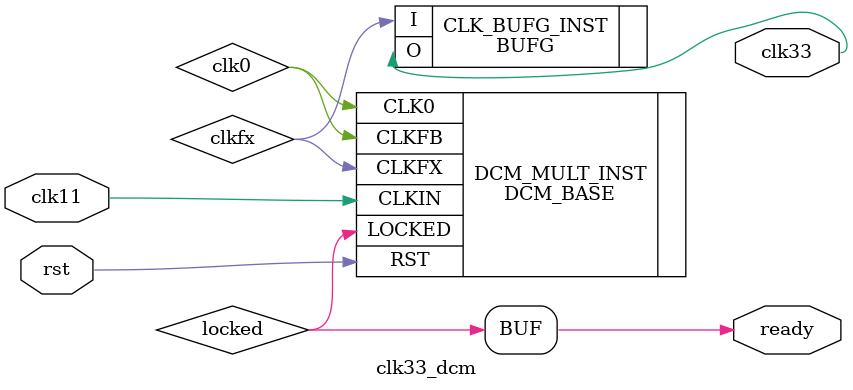
<source format=v>
`timescale 1ns / 1ps
`default_nettype none
module clk33_dcm(//outputs
						clk33, ready,
						//inputs
						clk11, rst );
	
	//outputs
	output clk33; //33MHz clock
	output ready;
	
	//inputs
	input clk11; //11MHz clock
	input rst; // Asynchronous active High reset
	 
	wire locked, clk0, clkfx;
	
	assign ready = locked;

	BUFG CLK_BUFG_INST (.I(clkfx),
								 .O(clk33));
								 
	DCM_BASE DCM_MULT_INST (.CLKIN(clk11),
								 .CLKFB(clk0),
								 .CLK0(clk0),
								 .RST(rst),
								 .CLKFX(clkfx),
								 .LOCKED(locked));
								 
	defparam DCM_MULT_INST.CLKFX_MULTIPLY = 3;
	defparam DCM_MULT_INST.CLKFX_DIVIDE = 1;
	defparam DCM_MULT_INST.CLK_FEEDBACK = "1X";
	defparam DCM_MULT_INST.CLKIN_PERIOD = 90.909; //clk11's period in ns
	defparam DCM_MULT_INST.CLKOUT_PHASE_SHIFT = "NONE";
	defparam DCM_MULT_INST.DESKEW_ADJUST = "SYSTEM_SYNCHRONOUS";
	defparam DCM_MULT_INST.DFS_FREQUENCY_MODE = "LOW";
	defparam DCM_MULT_INST.DLL_FREQUENCY_MODE = "LOW";
	defparam DCM_MULT_INST.DUTY_CYCLE_CORRECTION = "TRUE";
	defparam DCM_MULT_INST.FACTORY_JF = 16'hF0F0;
	defparam DCM_MULT_INST.PHASE_SHIFT = 0;
	defparam DCM_MULT_INST.STARTUP_WAIT = "TRUE";

endmodule

</source>
